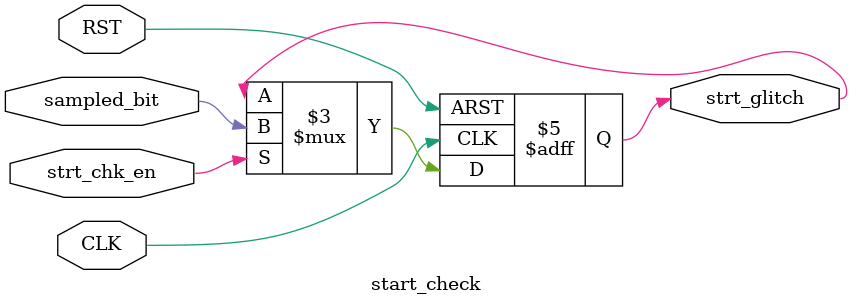
<source format=v>
module start_check (
	input wire CLK,
	input wire RST,
	input wire strt_chk_en ,
	input wire sampled_bit ,

	output reg strt_glitch	

);

	always @(posedge CLK or negedge RST) begin

		if(!RST) begin
			strt_glitch <= 'b0 ;
		end

		else if(strt_chk_en) begin
			strt_glitch <= sampled_bit ;
		end
	
	end

endmodule




</source>
